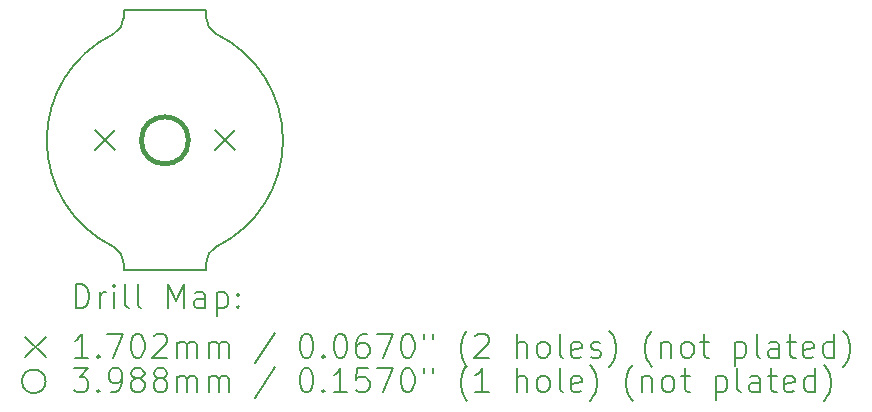
<source format=gbr>
%TF.GenerationSoftware,KiCad,Pcbnew,(6.0.9)*%
%TF.CreationDate,2023-06-19T17:18:24-04:00*%
%TF.ProjectId,ckc-mx,636b632d-6d78-42e6-9b69-6361645f7063,rev?*%
%TF.SameCoordinates,Original*%
%TF.FileFunction,Drillmap*%
%TF.FilePolarity,Positive*%
%FSLAX45Y45*%
G04 Gerber Fmt 4.5, Leading zero omitted, Abs format (unit mm)*
G04 Created by KiCad (PCBNEW (6.0.9)) date 2023-06-19 17:18:24*
%MOMM*%
%LPD*%
G01*
G04 APERTURE LIST*
%ADD10C,0.200000*%
%ADD11C,0.170180*%
%ADD12C,0.398780*%
G04 APERTURE END LIST*
D10*
X14405896Y-5688775D02*
G75*
G03*
X14405896Y-7487475I437229J-899350D01*
G01*
X15193125Y-5549376D02*
X15193125Y-5488125D01*
X14493125Y-5488125D02*
X14493125Y-5549376D01*
X15193132Y-5549376D02*
G75*
G03*
X15280354Y-5688775I154998J-4D01*
G01*
X15193125Y-7688125D02*
X15193125Y-7626874D01*
X14493125Y-7626874D02*
X14493125Y-7688125D01*
X14493125Y-7688125D02*
X15193125Y-7688125D01*
X14405896Y-5688776D02*
G75*
G03*
X14493125Y-5549376I-67766J139396D01*
G01*
X15280355Y-7487477D02*
G75*
G03*
X15193125Y-7626874I67775J-139403D01*
G01*
X14493124Y-7626874D02*
G75*
G03*
X14405896Y-7487475I-154994J4D01*
G01*
X15193125Y-5488125D02*
X14493125Y-5488125D01*
X15280354Y-7487475D02*
G75*
G03*
X15280354Y-5688775I-437229J899350D01*
G01*
D11*
X14250035Y-6503035D02*
X14420215Y-6673215D01*
X14420215Y-6503035D02*
X14250035Y-6673215D01*
X15266035Y-6503035D02*
X15436215Y-6673215D01*
X15436215Y-6503035D02*
X15266035Y-6673215D01*
D12*
X15042515Y-6588125D02*
G75*
G03*
X15042515Y-6588125I-199390J0D01*
G01*
D10*
X14090744Y-8008601D02*
X14090744Y-7808601D01*
X14138363Y-7808601D01*
X14166934Y-7818125D01*
X14185982Y-7837173D01*
X14195506Y-7856220D01*
X14205030Y-7894315D01*
X14205030Y-7922887D01*
X14195506Y-7960982D01*
X14185982Y-7980030D01*
X14166934Y-7999077D01*
X14138363Y-8008601D01*
X14090744Y-8008601D01*
X14290744Y-8008601D02*
X14290744Y-7875268D01*
X14290744Y-7913363D02*
X14300268Y-7894315D01*
X14309792Y-7884792D01*
X14328839Y-7875268D01*
X14347887Y-7875268D01*
X14414553Y-8008601D02*
X14414553Y-7875268D01*
X14414553Y-7808601D02*
X14405030Y-7818125D01*
X14414553Y-7827649D01*
X14424077Y-7818125D01*
X14414553Y-7808601D01*
X14414553Y-7827649D01*
X14538363Y-8008601D02*
X14519315Y-7999077D01*
X14509792Y-7980030D01*
X14509792Y-7808601D01*
X14643125Y-8008601D02*
X14624077Y-7999077D01*
X14614553Y-7980030D01*
X14614553Y-7808601D01*
X14871696Y-8008601D02*
X14871696Y-7808601D01*
X14938363Y-7951458D01*
X15005030Y-7808601D01*
X15005030Y-8008601D01*
X15185982Y-8008601D02*
X15185982Y-7903839D01*
X15176458Y-7884792D01*
X15157411Y-7875268D01*
X15119315Y-7875268D01*
X15100268Y-7884792D01*
X15185982Y-7999077D02*
X15166934Y-8008601D01*
X15119315Y-8008601D01*
X15100268Y-7999077D01*
X15090744Y-7980030D01*
X15090744Y-7960982D01*
X15100268Y-7941934D01*
X15119315Y-7932411D01*
X15166934Y-7932411D01*
X15185982Y-7922887D01*
X15281220Y-7875268D02*
X15281220Y-8075268D01*
X15281220Y-7884792D02*
X15300268Y-7875268D01*
X15338363Y-7875268D01*
X15357411Y-7884792D01*
X15366934Y-7894315D01*
X15376458Y-7913363D01*
X15376458Y-7970506D01*
X15366934Y-7989553D01*
X15357411Y-7999077D01*
X15338363Y-8008601D01*
X15300268Y-8008601D01*
X15281220Y-7999077D01*
X15462173Y-7989553D02*
X15471696Y-7999077D01*
X15462173Y-8008601D01*
X15452649Y-7999077D01*
X15462173Y-7989553D01*
X15462173Y-8008601D01*
X15462173Y-7884792D02*
X15471696Y-7894315D01*
X15462173Y-7903839D01*
X15452649Y-7894315D01*
X15462173Y-7884792D01*
X15462173Y-7903839D01*
D11*
X13662945Y-8253035D02*
X13833125Y-8423215D01*
X13833125Y-8253035D02*
X13662945Y-8423215D01*
D10*
X14195506Y-8428601D02*
X14081220Y-8428601D01*
X14138363Y-8428601D02*
X14138363Y-8228601D01*
X14119315Y-8257173D01*
X14100268Y-8276220D01*
X14081220Y-8285744D01*
X14281220Y-8409554D02*
X14290744Y-8419077D01*
X14281220Y-8428601D01*
X14271696Y-8419077D01*
X14281220Y-8409554D01*
X14281220Y-8428601D01*
X14357411Y-8228601D02*
X14490744Y-8228601D01*
X14405030Y-8428601D01*
X14605030Y-8228601D02*
X14624077Y-8228601D01*
X14643125Y-8238125D01*
X14652649Y-8247649D01*
X14662173Y-8266696D01*
X14671696Y-8304792D01*
X14671696Y-8352411D01*
X14662173Y-8390506D01*
X14652649Y-8409554D01*
X14643125Y-8419077D01*
X14624077Y-8428601D01*
X14605030Y-8428601D01*
X14585982Y-8419077D01*
X14576458Y-8409554D01*
X14566934Y-8390506D01*
X14557411Y-8352411D01*
X14557411Y-8304792D01*
X14566934Y-8266696D01*
X14576458Y-8247649D01*
X14585982Y-8238125D01*
X14605030Y-8228601D01*
X14747887Y-8247649D02*
X14757411Y-8238125D01*
X14776458Y-8228601D01*
X14824077Y-8228601D01*
X14843125Y-8238125D01*
X14852649Y-8247649D01*
X14862173Y-8266696D01*
X14862173Y-8285744D01*
X14852649Y-8314315D01*
X14738363Y-8428601D01*
X14862173Y-8428601D01*
X14947887Y-8428601D02*
X14947887Y-8295268D01*
X14947887Y-8314315D02*
X14957411Y-8304792D01*
X14976458Y-8295268D01*
X15005030Y-8295268D01*
X15024077Y-8304792D01*
X15033601Y-8323839D01*
X15033601Y-8428601D01*
X15033601Y-8323839D02*
X15043125Y-8304792D01*
X15062173Y-8295268D01*
X15090744Y-8295268D01*
X15109792Y-8304792D01*
X15119315Y-8323839D01*
X15119315Y-8428601D01*
X15214553Y-8428601D02*
X15214553Y-8295268D01*
X15214553Y-8314315D02*
X15224077Y-8304792D01*
X15243125Y-8295268D01*
X15271696Y-8295268D01*
X15290744Y-8304792D01*
X15300268Y-8323839D01*
X15300268Y-8428601D01*
X15300268Y-8323839D02*
X15309792Y-8304792D01*
X15328839Y-8295268D01*
X15357411Y-8295268D01*
X15376458Y-8304792D01*
X15385982Y-8323839D01*
X15385982Y-8428601D01*
X15776458Y-8219077D02*
X15605030Y-8476220D01*
X16033601Y-8228601D02*
X16052649Y-8228601D01*
X16071696Y-8238125D01*
X16081220Y-8247649D01*
X16090744Y-8266696D01*
X16100268Y-8304792D01*
X16100268Y-8352411D01*
X16090744Y-8390506D01*
X16081220Y-8409554D01*
X16071696Y-8419077D01*
X16052649Y-8428601D01*
X16033601Y-8428601D01*
X16014553Y-8419077D01*
X16005030Y-8409554D01*
X15995506Y-8390506D01*
X15985982Y-8352411D01*
X15985982Y-8304792D01*
X15995506Y-8266696D01*
X16005030Y-8247649D01*
X16014553Y-8238125D01*
X16033601Y-8228601D01*
X16185982Y-8409554D02*
X16195506Y-8419077D01*
X16185982Y-8428601D01*
X16176458Y-8419077D01*
X16185982Y-8409554D01*
X16185982Y-8428601D01*
X16319315Y-8228601D02*
X16338363Y-8228601D01*
X16357411Y-8238125D01*
X16366934Y-8247649D01*
X16376458Y-8266696D01*
X16385982Y-8304792D01*
X16385982Y-8352411D01*
X16376458Y-8390506D01*
X16366934Y-8409554D01*
X16357411Y-8419077D01*
X16338363Y-8428601D01*
X16319315Y-8428601D01*
X16300268Y-8419077D01*
X16290744Y-8409554D01*
X16281220Y-8390506D01*
X16271696Y-8352411D01*
X16271696Y-8304792D01*
X16281220Y-8266696D01*
X16290744Y-8247649D01*
X16300268Y-8238125D01*
X16319315Y-8228601D01*
X16557411Y-8228601D02*
X16519315Y-8228601D01*
X16500268Y-8238125D01*
X16490744Y-8247649D01*
X16471696Y-8276220D01*
X16462173Y-8314315D01*
X16462173Y-8390506D01*
X16471696Y-8409554D01*
X16481220Y-8419077D01*
X16500268Y-8428601D01*
X16538363Y-8428601D01*
X16557411Y-8419077D01*
X16566934Y-8409554D01*
X16576458Y-8390506D01*
X16576458Y-8342887D01*
X16566934Y-8323839D01*
X16557411Y-8314315D01*
X16538363Y-8304792D01*
X16500268Y-8304792D01*
X16481220Y-8314315D01*
X16471696Y-8323839D01*
X16462173Y-8342887D01*
X16643125Y-8228601D02*
X16776458Y-8228601D01*
X16690744Y-8428601D01*
X16890744Y-8228601D02*
X16909792Y-8228601D01*
X16928839Y-8238125D01*
X16938363Y-8247649D01*
X16947887Y-8266696D01*
X16957411Y-8304792D01*
X16957411Y-8352411D01*
X16947887Y-8390506D01*
X16938363Y-8409554D01*
X16928839Y-8419077D01*
X16909792Y-8428601D01*
X16890744Y-8428601D01*
X16871696Y-8419077D01*
X16862173Y-8409554D01*
X16852649Y-8390506D01*
X16843125Y-8352411D01*
X16843125Y-8304792D01*
X16852649Y-8266696D01*
X16862173Y-8247649D01*
X16871696Y-8238125D01*
X16890744Y-8228601D01*
X17033601Y-8228601D02*
X17033601Y-8266696D01*
X17109792Y-8228601D02*
X17109792Y-8266696D01*
X17405030Y-8504792D02*
X17395506Y-8495268D01*
X17376458Y-8466696D01*
X17366935Y-8447649D01*
X17357411Y-8419077D01*
X17347887Y-8371458D01*
X17347887Y-8333363D01*
X17357411Y-8285744D01*
X17366935Y-8257173D01*
X17376458Y-8238125D01*
X17395506Y-8209553D01*
X17405030Y-8200030D01*
X17471696Y-8247649D02*
X17481220Y-8238125D01*
X17500268Y-8228601D01*
X17547887Y-8228601D01*
X17566935Y-8238125D01*
X17576458Y-8247649D01*
X17585982Y-8266696D01*
X17585982Y-8285744D01*
X17576458Y-8314315D01*
X17462173Y-8428601D01*
X17585982Y-8428601D01*
X17824077Y-8428601D02*
X17824077Y-8228601D01*
X17909792Y-8428601D02*
X17909792Y-8323839D01*
X17900268Y-8304792D01*
X17881220Y-8295268D01*
X17852649Y-8295268D01*
X17833601Y-8304792D01*
X17824077Y-8314315D01*
X18033601Y-8428601D02*
X18014554Y-8419077D01*
X18005030Y-8409554D01*
X17995506Y-8390506D01*
X17995506Y-8333363D01*
X18005030Y-8314315D01*
X18014554Y-8304792D01*
X18033601Y-8295268D01*
X18062173Y-8295268D01*
X18081220Y-8304792D01*
X18090744Y-8314315D01*
X18100268Y-8333363D01*
X18100268Y-8390506D01*
X18090744Y-8409554D01*
X18081220Y-8419077D01*
X18062173Y-8428601D01*
X18033601Y-8428601D01*
X18214554Y-8428601D02*
X18195506Y-8419077D01*
X18185982Y-8400030D01*
X18185982Y-8228601D01*
X18366935Y-8419077D02*
X18347887Y-8428601D01*
X18309792Y-8428601D01*
X18290744Y-8419077D01*
X18281220Y-8400030D01*
X18281220Y-8323839D01*
X18290744Y-8304792D01*
X18309792Y-8295268D01*
X18347887Y-8295268D01*
X18366935Y-8304792D01*
X18376458Y-8323839D01*
X18376458Y-8342887D01*
X18281220Y-8361934D01*
X18452649Y-8419077D02*
X18471696Y-8428601D01*
X18509792Y-8428601D01*
X18528839Y-8419077D01*
X18538363Y-8400030D01*
X18538363Y-8390506D01*
X18528839Y-8371458D01*
X18509792Y-8361934D01*
X18481220Y-8361934D01*
X18462173Y-8352411D01*
X18452649Y-8333363D01*
X18452649Y-8323839D01*
X18462173Y-8304792D01*
X18481220Y-8295268D01*
X18509792Y-8295268D01*
X18528839Y-8304792D01*
X18605030Y-8504792D02*
X18614554Y-8495268D01*
X18633601Y-8466696D01*
X18643125Y-8447649D01*
X18652649Y-8419077D01*
X18662173Y-8371458D01*
X18662173Y-8333363D01*
X18652649Y-8285744D01*
X18643125Y-8257173D01*
X18633601Y-8238125D01*
X18614554Y-8209553D01*
X18605030Y-8200030D01*
X18966935Y-8504792D02*
X18957411Y-8495268D01*
X18938363Y-8466696D01*
X18928839Y-8447649D01*
X18919315Y-8419077D01*
X18909792Y-8371458D01*
X18909792Y-8333363D01*
X18919315Y-8285744D01*
X18928839Y-8257173D01*
X18938363Y-8238125D01*
X18957411Y-8209553D01*
X18966935Y-8200030D01*
X19043125Y-8295268D02*
X19043125Y-8428601D01*
X19043125Y-8314315D02*
X19052649Y-8304792D01*
X19071696Y-8295268D01*
X19100268Y-8295268D01*
X19119315Y-8304792D01*
X19128839Y-8323839D01*
X19128839Y-8428601D01*
X19252649Y-8428601D02*
X19233601Y-8419077D01*
X19224077Y-8409554D01*
X19214554Y-8390506D01*
X19214554Y-8333363D01*
X19224077Y-8314315D01*
X19233601Y-8304792D01*
X19252649Y-8295268D01*
X19281220Y-8295268D01*
X19300268Y-8304792D01*
X19309792Y-8314315D01*
X19319315Y-8333363D01*
X19319315Y-8390506D01*
X19309792Y-8409554D01*
X19300268Y-8419077D01*
X19281220Y-8428601D01*
X19252649Y-8428601D01*
X19376458Y-8295268D02*
X19452649Y-8295268D01*
X19405030Y-8228601D02*
X19405030Y-8400030D01*
X19414554Y-8419077D01*
X19433601Y-8428601D01*
X19452649Y-8428601D01*
X19671696Y-8295268D02*
X19671696Y-8495268D01*
X19671696Y-8304792D02*
X19690744Y-8295268D01*
X19728839Y-8295268D01*
X19747887Y-8304792D01*
X19757411Y-8314315D01*
X19766935Y-8333363D01*
X19766935Y-8390506D01*
X19757411Y-8409554D01*
X19747887Y-8419077D01*
X19728839Y-8428601D01*
X19690744Y-8428601D01*
X19671696Y-8419077D01*
X19881220Y-8428601D02*
X19862173Y-8419077D01*
X19852649Y-8400030D01*
X19852649Y-8228601D01*
X20043125Y-8428601D02*
X20043125Y-8323839D01*
X20033601Y-8304792D01*
X20014554Y-8295268D01*
X19976458Y-8295268D01*
X19957411Y-8304792D01*
X20043125Y-8419077D02*
X20024077Y-8428601D01*
X19976458Y-8428601D01*
X19957411Y-8419077D01*
X19947887Y-8400030D01*
X19947887Y-8380982D01*
X19957411Y-8361934D01*
X19976458Y-8352411D01*
X20024077Y-8352411D01*
X20043125Y-8342887D01*
X20109792Y-8295268D02*
X20185982Y-8295268D01*
X20138363Y-8228601D02*
X20138363Y-8400030D01*
X20147887Y-8419077D01*
X20166935Y-8428601D01*
X20185982Y-8428601D01*
X20328839Y-8419077D02*
X20309792Y-8428601D01*
X20271696Y-8428601D01*
X20252649Y-8419077D01*
X20243125Y-8400030D01*
X20243125Y-8323839D01*
X20252649Y-8304792D01*
X20271696Y-8295268D01*
X20309792Y-8295268D01*
X20328839Y-8304792D01*
X20338363Y-8323839D01*
X20338363Y-8342887D01*
X20243125Y-8361934D01*
X20509792Y-8428601D02*
X20509792Y-8228601D01*
X20509792Y-8419077D02*
X20490744Y-8428601D01*
X20452649Y-8428601D01*
X20433601Y-8419077D01*
X20424077Y-8409554D01*
X20414554Y-8390506D01*
X20414554Y-8333363D01*
X20424077Y-8314315D01*
X20433601Y-8304792D01*
X20452649Y-8295268D01*
X20490744Y-8295268D01*
X20509792Y-8304792D01*
X20585982Y-8504792D02*
X20595506Y-8495268D01*
X20614554Y-8466696D01*
X20624077Y-8447649D01*
X20633601Y-8419077D01*
X20643125Y-8371458D01*
X20643125Y-8333363D01*
X20633601Y-8285744D01*
X20624077Y-8257173D01*
X20614554Y-8238125D01*
X20595506Y-8209553D01*
X20585982Y-8200030D01*
X13833125Y-8628305D02*
G75*
G03*
X13833125Y-8628305I-100000J0D01*
G01*
X14071696Y-8518781D02*
X14195506Y-8518781D01*
X14128839Y-8594972D01*
X14157411Y-8594972D01*
X14176458Y-8604495D01*
X14185982Y-8614019D01*
X14195506Y-8633067D01*
X14195506Y-8680686D01*
X14185982Y-8699734D01*
X14176458Y-8709257D01*
X14157411Y-8718781D01*
X14100268Y-8718781D01*
X14081220Y-8709257D01*
X14071696Y-8699734D01*
X14281220Y-8699734D02*
X14290744Y-8709257D01*
X14281220Y-8718781D01*
X14271696Y-8709257D01*
X14281220Y-8699734D01*
X14281220Y-8718781D01*
X14385982Y-8718781D02*
X14424077Y-8718781D01*
X14443125Y-8709257D01*
X14452649Y-8699734D01*
X14471696Y-8671162D01*
X14481220Y-8633067D01*
X14481220Y-8556876D01*
X14471696Y-8537829D01*
X14462173Y-8528305D01*
X14443125Y-8518781D01*
X14405030Y-8518781D01*
X14385982Y-8528305D01*
X14376458Y-8537829D01*
X14366934Y-8556876D01*
X14366934Y-8604495D01*
X14376458Y-8623543D01*
X14385982Y-8633067D01*
X14405030Y-8642591D01*
X14443125Y-8642591D01*
X14462173Y-8633067D01*
X14471696Y-8623543D01*
X14481220Y-8604495D01*
X14595506Y-8604495D02*
X14576458Y-8594972D01*
X14566934Y-8585448D01*
X14557411Y-8566400D01*
X14557411Y-8556876D01*
X14566934Y-8537829D01*
X14576458Y-8528305D01*
X14595506Y-8518781D01*
X14633601Y-8518781D01*
X14652649Y-8528305D01*
X14662173Y-8537829D01*
X14671696Y-8556876D01*
X14671696Y-8566400D01*
X14662173Y-8585448D01*
X14652649Y-8594972D01*
X14633601Y-8604495D01*
X14595506Y-8604495D01*
X14576458Y-8614019D01*
X14566934Y-8623543D01*
X14557411Y-8642591D01*
X14557411Y-8680686D01*
X14566934Y-8699734D01*
X14576458Y-8709257D01*
X14595506Y-8718781D01*
X14633601Y-8718781D01*
X14652649Y-8709257D01*
X14662173Y-8699734D01*
X14671696Y-8680686D01*
X14671696Y-8642591D01*
X14662173Y-8623543D01*
X14652649Y-8614019D01*
X14633601Y-8604495D01*
X14785982Y-8604495D02*
X14766934Y-8594972D01*
X14757411Y-8585448D01*
X14747887Y-8566400D01*
X14747887Y-8556876D01*
X14757411Y-8537829D01*
X14766934Y-8528305D01*
X14785982Y-8518781D01*
X14824077Y-8518781D01*
X14843125Y-8528305D01*
X14852649Y-8537829D01*
X14862173Y-8556876D01*
X14862173Y-8566400D01*
X14852649Y-8585448D01*
X14843125Y-8594972D01*
X14824077Y-8604495D01*
X14785982Y-8604495D01*
X14766934Y-8614019D01*
X14757411Y-8623543D01*
X14747887Y-8642591D01*
X14747887Y-8680686D01*
X14757411Y-8699734D01*
X14766934Y-8709257D01*
X14785982Y-8718781D01*
X14824077Y-8718781D01*
X14843125Y-8709257D01*
X14852649Y-8699734D01*
X14862173Y-8680686D01*
X14862173Y-8642591D01*
X14852649Y-8623543D01*
X14843125Y-8614019D01*
X14824077Y-8604495D01*
X14947887Y-8718781D02*
X14947887Y-8585448D01*
X14947887Y-8604495D02*
X14957411Y-8594972D01*
X14976458Y-8585448D01*
X15005030Y-8585448D01*
X15024077Y-8594972D01*
X15033601Y-8614019D01*
X15033601Y-8718781D01*
X15033601Y-8614019D02*
X15043125Y-8594972D01*
X15062173Y-8585448D01*
X15090744Y-8585448D01*
X15109792Y-8594972D01*
X15119315Y-8614019D01*
X15119315Y-8718781D01*
X15214553Y-8718781D02*
X15214553Y-8585448D01*
X15214553Y-8604495D02*
X15224077Y-8594972D01*
X15243125Y-8585448D01*
X15271696Y-8585448D01*
X15290744Y-8594972D01*
X15300268Y-8614019D01*
X15300268Y-8718781D01*
X15300268Y-8614019D02*
X15309792Y-8594972D01*
X15328839Y-8585448D01*
X15357411Y-8585448D01*
X15376458Y-8594972D01*
X15385982Y-8614019D01*
X15385982Y-8718781D01*
X15776458Y-8509257D02*
X15605030Y-8766400D01*
X16033601Y-8518781D02*
X16052649Y-8518781D01*
X16071696Y-8528305D01*
X16081220Y-8537829D01*
X16090744Y-8556876D01*
X16100268Y-8594972D01*
X16100268Y-8642591D01*
X16090744Y-8680686D01*
X16081220Y-8699734D01*
X16071696Y-8709257D01*
X16052649Y-8718781D01*
X16033601Y-8718781D01*
X16014553Y-8709257D01*
X16005030Y-8699734D01*
X15995506Y-8680686D01*
X15985982Y-8642591D01*
X15985982Y-8594972D01*
X15995506Y-8556876D01*
X16005030Y-8537829D01*
X16014553Y-8528305D01*
X16033601Y-8518781D01*
X16185982Y-8699734D02*
X16195506Y-8709257D01*
X16185982Y-8718781D01*
X16176458Y-8709257D01*
X16185982Y-8699734D01*
X16185982Y-8718781D01*
X16385982Y-8718781D02*
X16271696Y-8718781D01*
X16328839Y-8718781D02*
X16328839Y-8518781D01*
X16309792Y-8547353D01*
X16290744Y-8566400D01*
X16271696Y-8575924D01*
X16566934Y-8518781D02*
X16471696Y-8518781D01*
X16462173Y-8614019D01*
X16471696Y-8604495D01*
X16490744Y-8594972D01*
X16538363Y-8594972D01*
X16557411Y-8604495D01*
X16566934Y-8614019D01*
X16576458Y-8633067D01*
X16576458Y-8680686D01*
X16566934Y-8699734D01*
X16557411Y-8709257D01*
X16538363Y-8718781D01*
X16490744Y-8718781D01*
X16471696Y-8709257D01*
X16462173Y-8699734D01*
X16643125Y-8518781D02*
X16776458Y-8518781D01*
X16690744Y-8718781D01*
X16890744Y-8518781D02*
X16909792Y-8518781D01*
X16928839Y-8528305D01*
X16938363Y-8537829D01*
X16947887Y-8556876D01*
X16957411Y-8594972D01*
X16957411Y-8642591D01*
X16947887Y-8680686D01*
X16938363Y-8699734D01*
X16928839Y-8709257D01*
X16909792Y-8718781D01*
X16890744Y-8718781D01*
X16871696Y-8709257D01*
X16862173Y-8699734D01*
X16852649Y-8680686D01*
X16843125Y-8642591D01*
X16843125Y-8594972D01*
X16852649Y-8556876D01*
X16862173Y-8537829D01*
X16871696Y-8528305D01*
X16890744Y-8518781D01*
X17033601Y-8518781D02*
X17033601Y-8556876D01*
X17109792Y-8518781D02*
X17109792Y-8556876D01*
X17405030Y-8794972D02*
X17395506Y-8785448D01*
X17376458Y-8756876D01*
X17366935Y-8737829D01*
X17357411Y-8709257D01*
X17347887Y-8661638D01*
X17347887Y-8623543D01*
X17357411Y-8575924D01*
X17366935Y-8547353D01*
X17376458Y-8528305D01*
X17395506Y-8499734D01*
X17405030Y-8490210D01*
X17585982Y-8718781D02*
X17471696Y-8718781D01*
X17528839Y-8718781D02*
X17528839Y-8518781D01*
X17509792Y-8547353D01*
X17490744Y-8566400D01*
X17471696Y-8575924D01*
X17824077Y-8718781D02*
X17824077Y-8518781D01*
X17909792Y-8718781D02*
X17909792Y-8614019D01*
X17900268Y-8594972D01*
X17881220Y-8585448D01*
X17852649Y-8585448D01*
X17833601Y-8594972D01*
X17824077Y-8604495D01*
X18033601Y-8718781D02*
X18014554Y-8709257D01*
X18005030Y-8699734D01*
X17995506Y-8680686D01*
X17995506Y-8623543D01*
X18005030Y-8604495D01*
X18014554Y-8594972D01*
X18033601Y-8585448D01*
X18062173Y-8585448D01*
X18081220Y-8594972D01*
X18090744Y-8604495D01*
X18100268Y-8623543D01*
X18100268Y-8680686D01*
X18090744Y-8699734D01*
X18081220Y-8709257D01*
X18062173Y-8718781D01*
X18033601Y-8718781D01*
X18214554Y-8718781D02*
X18195506Y-8709257D01*
X18185982Y-8690210D01*
X18185982Y-8518781D01*
X18366935Y-8709257D02*
X18347887Y-8718781D01*
X18309792Y-8718781D01*
X18290744Y-8709257D01*
X18281220Y-8690210D01*
X18281220Y-8614019D01*
X18290744Y-8594972D01*
X18309792Y-8585448D01*
X18347887Y-8585448D01*
X18366935Y-8594972D01*
X18376458Y-8614019D01*
X18376458Y-8633067D01*
X18281220Y-8652115D01*
X18443125Y-8794972D02*
X18452649Y-8785448D01*
X18471696Y-8756876D01*
X18481220Y-8737829D01*
X18490744Y-8709257D01*
X18500268Y-8661638D01*
X18500268Y-8623543D01*
X18490744Y-8575924D01*
X18481220Y-8547353D01*
X18471696Y-8528305D01*
X18452649Y-8499734D01*
X18443125Y-8490210D01*
X18805030Y-8794972D02*
X18795506Y-8785448D01*
X18776458Y-8756876D01*
X18766935Y-8737829D01*
X18757411Y-8709257D01*
X18747887Y-8661638D01*
X18747887Y-8623543D01*
X18757411Y-8575924D01*
X18766935Y-8547353D01*
X18776458Y-8528305D01*
X18795506Y-8499734D01*
X18805030Y-8490210D01*
X18881220Y-8585448D02*
X18881220Y-8718781D01*
X18881220Y-8604495D02*
X18890744Y-8594972D01*
X18909792Y-8585448D01*
X18938363Y-8585448D01*
X18957411Y-8594972D01*
X18966935Y-8614019D01*
X18966935Y-8718781D01*
X19090744Y-8718781D02*
X19071696Y-8709257D01*
X19062173Y-8699734D01*
X19052649Y-8680686D01*
X19052649Y-8623543D01*
X19062173Y-8604495D01*
X19071696Y-8594972D01*
X19090744Y-8585448D01*
X19119315Y-8585448D01*
X19138363Y-8594972D01*
X19147887Y-8604495D01*
X19157411Y-8623543D01*
X19157411Y-8680686D01*
X19147887Y-8699734D01*
X19138363Y-8709257D01*
X19119315Y-8718781D01*
X19090744Y-8718781D01*
X19214554Y-8585448D02*
X19290744Y-8585448D01*
X19243125Y-8518781D02*
X19243125Y-8690210D01*
X19252649Y-8709257D01*
X19271696Y-8718781D01*
X19290744Y-8718781D01*
X19509792Y-8585448D02*
X19509792Y-8785448D01*
X19509792Y-8594972D02*
X19528839Y-8585448D01*
X19566935Y-8585448D01*
X19585982Y-8594972D01*
X19595506Y-8604495D01*
X19605030Y-8623543D01*
X19605030Y-8680686D01*
X19595506Y-8699734D01*
X19585982Y-8709257D01*
X19566935Y-8718781D01*
X19528839Y-8718781D01*
X19509792Y-8709257D01*
X19719315Y-8718781D02*
X19700268Y-8709257D01*
X19690744Y-8690210D01*
X19690744Y-8518781D01*
X19881220Y-8718781D02*
X19881220Y-8614019D01*
X19871696Y-8594972D01*
X19852649Y-8585448D01*
X19814554Y-8585448D01*
X19795506Y-8594972D01*
X19881220Y-8709257D02*
X19862173Y-8718781D01*
X19814554Y-8718781D01*
X19795506Y-8709257D01*
X19785982Y-8690210D01*
X19785982Y-8671162D01*
X19795506Y-8652115D01*
X19814554Y-8642591D01*
X19862173Y-8642591D01*
X19881220Y-8633067D01*
X19947887Y-8585448D02*
X20024077Y-8585448D01*
X19976458Y-8518781D02*
X19976458Y-8690210D01*
X19985982Y-8709257D01*
X20005030Y-8718781D01*
X20024077Y-8718781D01*
X20166935Y-8709257D02*
X20147887Y-8718781D01*
X20109792Y-8718781D01*
X20090744Y-8709257D01*
X20081220Y-8690210D01*
X20081220Y-8614019D01*
X20090744Y-8594972D01*
X20109792Y-8585448D01*
X20147887Y-8585448D01*
X20166935Y-8594972D01*
X20176458Y-8614019D01*
X20176458Y-8633067D01*
X20081220Y-8652115D01*
X20347887Y-8718781D02*
X20347887Y-8518781D01*
X20347887Y-8709257D02*
X20328839Y-8718781D01*
X20290744Y-8718781D01*
X20271696Y-8709257D01*
X20262173Y-8699734D01*
X20252649Y-8680686D01*
X20252649Y-8623543D01*
X20262173Y-8604495D01*
X20271696Y-8594972D01*
X20290744Y-8585448D01*
X20328839Y-8585448D01*
X20347887Y-8594972D01*
X20424077Y-8794972D02*
X20433601Y-8785448D01*
X20452649Y-8756876D01*
X20462173Y-8737829D01*
X20471696Y-8709257D01*
X20481220Y-8661638D01*
X20481220Y-8623543D01*
X20471696Y-8575924D01*
X20462173Y-8547353D01*
X20452649Y-8528305D01*
X20433601Y-8499734D01*
X20424077Y-8490210D01*
M02*

</source>
